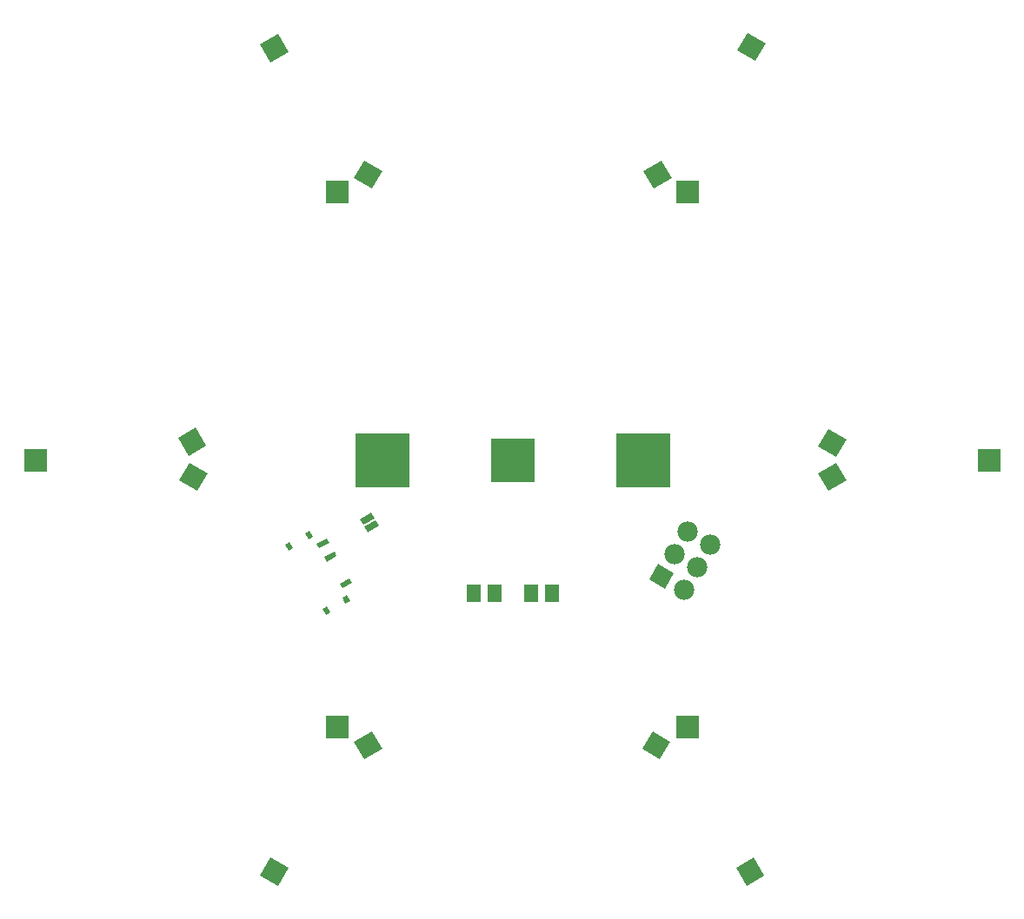
<source format=gbs>
G04 ---------------------------- Layer name :BOTTOM SOLDER LAYER*
G04 EasyEDA v5.8.22, Wed, 05 Dec 2018 12:37:06 GMT*
G04 38c36d2c5fec4219b0fe707d271aa1e6*
G04 Gerber Generator version 0.2*
G04 Scale: 100 percent, Rotated: No, Reflected: No *
G04 Dimensions in inches *
G04 leading zeros omitted , absolute positions ,2 integer and 4 decimal *
%FSLAX24Y24*%
%MOIN*%
G90*
G70D02*

%ADD34R,0.053670X0.065870*%
%ADD37R,0.086740X0.086740*%
%ADD38R,0.168000X0.168000*%
%ADD39R,0.208000X0.208000*%
%ADD43C,0.078000*%

%LPD*%
G36*
G01X13690Y5426D02*
G01X13007Y5032D01*
G01X12613Y5715D01*
G01X13296Y6109D01*
G01X13690Y5426D01*
G37*
G36*
G01X9696Y182D02*
G01X9013Y576D01*
G01X9407Y1259D01*
G01X10090Y865D01*
G01X9696Y182D01*
G37*
G54D37*
G01X11951Y6271D03*
G36*
G01X6596Y15332D02*
G01X5913Y15726D01*
G01X6307Y16409D01*
G01X6990Y16015D01*
G01X6596Y15332D01*
G37*
G36*
G01X5863Y17365D02*
G01X6546Y17759D01*
G01X6940Y17077D01*
G01X6257Y16682D01*
G01X5863Y17365D01*
G37*
G01X11951Y26821D03*
G36*
G01X13007Y28009D02*
G01X13690Y27615D01*
G01X13296Y26932D01*
G01X12613Y27327D01*
G01X13007Y28009D01*
G37*
G36*
G01X23713Y27615D02*
G01X24396Y28009D01*
G01X24790Y27327D01*
G01X24107Y26932D01*
G01X23713Y27615D01*
G37*
G01X25402Y26821D03*
G36*
G01X30808Y17709D02*
G01X31490Y17315D01*
G01X31095Y16632D01*
G01X30413Y17027D01*
G01X30808Y17709D01*
G37*
G36*
G01X31490Y15726D02*
G01X30808Y15332D01*
G01X30413Y16015D01*
G01X31095Y16409D01*
G01X31490Y15726D01*
G37*
G01X25402Y6271D03*
G36*
G01X24346Y5032D02*
G01X23663Y5426D01*
G01X24057Y6109D01*
G01X24740Y5715D01*
G01X24346Y5032D01*
G37*
G01X401Y16521D03*
G36*
G01X9013Y32465D02*
G01X9696Y32859D01*
G01X10090Y32177D01*
G01X9407Y31782D01*
G01X9013Y32465D01*
G37*
G36*
G01X27707Y32909D02*
G01X28390Y32515D01*
G01X27996Y31832D01*
G01X27313Y32227D01*
G01X27707Y32909D01*
G37*
G01X36952Y16521D03*
G36*
G01X28340Y576D02*
G01X27657Y182D01*
G01X27263Y865D01*
G01X27946Y1259D01*
G01X28340Y576D01*
G37*
G54D38*
G01X18702Y16521D03*
G54D39*
G01X23702Y16521D03*
G01X13701Y16521D03*
G36*
G01X11475Y12792D02*
G01X11573Y12623D01*
G01X11948Y12838D01*
G01X11850Y13009D01*
G01X11475Y12792D01*
G37*
G36*
G01X11180Y13305D02*
G01X11278Y13134D01*
G01X11653Y13351D01*
G01X11555Y13521D01*
G01X11180Y13305D01*
G37*
G36*
G01X12065Y11771D02*
G01X12165Y11600D01*
G01X12540Y11817D01*
G01X12440Y11986D01*
G01X12065Y11771D01*
G37*
G54D34*
G01X20202Y11421D03*
G01X19402Y11421D03*
G01X17202Y11421D03*
G01X18002Y11421D03*
G36*
G01X13561Y13999D02*
G01X13436Y14215D01*
G01X13003Y13965D01*
G01X13128Y13749D01*
G01X13561Y13999D01*
G37*
G36*
G01X13400Y14276D02*
G01X13275Y14492D01*
G01X12842Y14242D01*
G01X12967Y14026D01*
G01X13400Y14276D01*
G37*
G36*
G01X23923Y11926D02*
G01X24530Y11576D01*
G01X24880Y12183D01*
G01X24273Y12533D01*
G01X23923Y11926D01*
G37*
G54D43*
G01X25268Y11554D03*
G01X24902Y12921D03*
G01X25768Y12421D03*
G01X25402Y13787D03*
G01X26268Y13287D03*

%LPD*%
G36*
G01X12279Y11007D02*
G01X12151Y11228D01*
G01X12322Y11327D01*
G01X12450Y11105D01*
G01X12279Y11007D01*
G37*

%LPD*%
G36*
G01X11529Y10574D02*
G01X11401Y10795D01*
G01X11572Y10894D01*
G01X11700Y10672D01*
G01X11529Y10574D01*
G37*

%LPD*%
G36*
G01X10102Y13046D02*
G01X9974Y13267D01*
G01X10144Y13366D01*
G01X10272Y13144D01*
G01X10102Y13046D01*
G37*

%LPD*%
G36*
G01X10852Y13479D02*
G01X10724Y13700D01*
G01X10895Y13799D01*
G01X11022Y13577D01*
G01X10852Y13479D01*
G37*
M00*
M02*

</source>
